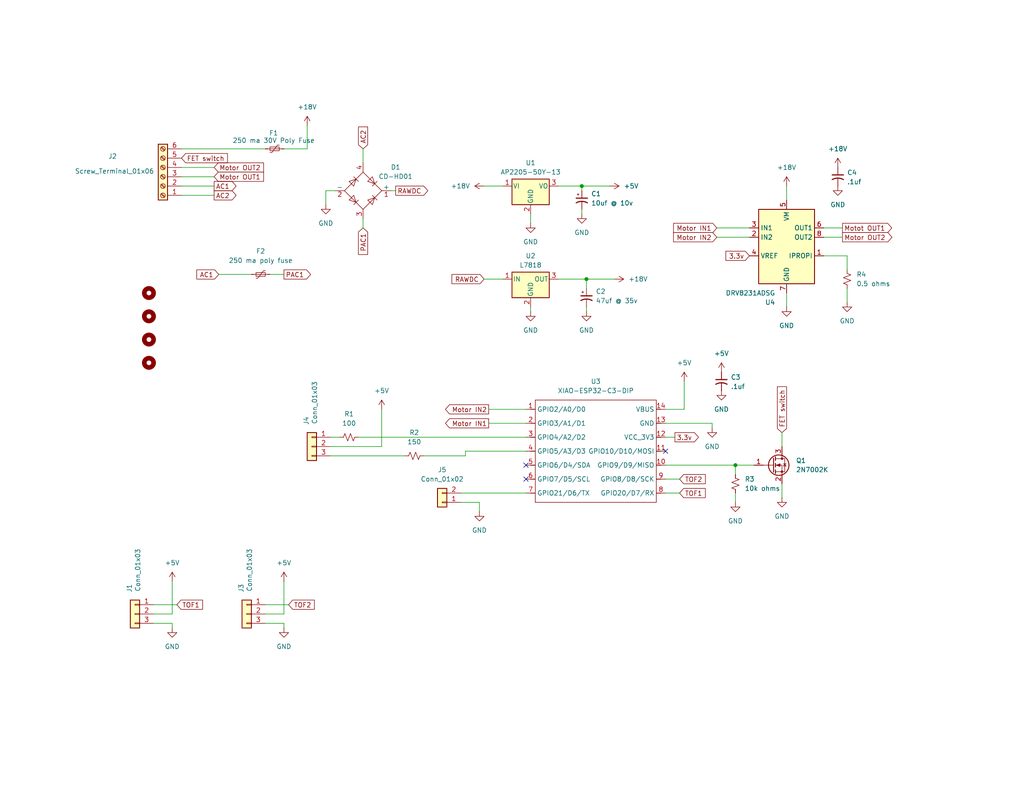
<source format=kicad_sch>
(kicad_sch (version 20250114) (generator "eeschema") (generator_version "9.0")
  (paper "USLetter")
  (title_block (title "WiFi MQTT motor driver (Specifically for LGB Semaphore)") (date "2025-12-27") (rev "1.3") (company "Eric's Locomotion") (comment 1 "connections for one or two VL05X TOF sensors..") (comment 2 "1.3 add FET for light, downsize components, cahnge connector") (comment 3 "The idea is to have it listen to and report back to MQTT server, and thus JMRI...") (comment 4 "WiFi/MQTT motor driver designed to drive G scale \"switch motors\" back and forth"))
  (lib_symbols
    (symbol "Connector:Screw_Terminal_01x06" (pin_names (offset 1.016) (hide yes))
      (property "Reference" "J" (at 0 7.62 0))
      (property "Value" "Screw_Terminal_01x06" (at 0 -10.16 0))
      (symbol "Screw_Terminal_01x06_1_1"
        (rectangle (start -1.27 6.35) (end 1.27 -8.89) (stroke (width 0.254)) (fill (type background)))
        (polyline (pts (xy -0.5334 5.4102) (xy 0.3302 4.572)) (stroke (width 0.1524)))
        (polyline (pts (xy -0.5334 2.8702) (xy 0.3302 2.032)) (stroke (width 0.1524)))
        (polyline (pts (xy -0.5334 0.3302) (xy 0.3302 -0.508)) (stroke (width 0.1524)))
        (polyline (pts (xy -0.5334 -2.2098) (xy 0.3302 -3.048)) (stroke (width 0.1524)))
        (polyline (pts (xy -0.5334 -4.7498) (xy 0.3302 -5.588)) (stroke (width 0.1524)))
        (polyline (pts (xy -0.5334 -7.2898) (xy 0.3302 -8.128)) (stroke (width 0.1524)))
        (polyline (pts (xy -0.3556 5.588) (xy 0.508 4.7498)) (stroke (width 0.1524)))
        (polyline (pts (xy -0.3556 3.048) (xy 0.508 2.2098)) (stroke (width 0.1524)))
        (polyline (pts (xy -0.3556 0.508) (xy 0.508 -0.3302)) (stroke (width 0.1524)))
        (polyline (pts (xy -0.3556 -2.032) (xy 0.508 -2.8702)) (stroke (width 0.1524)))
        (polyline (pts (xy -0.3556 -4.572) (xy 0.508 -5.4102)) (stroke (width 0.1524)))
        (polyline (pts (xy -0.3556 -7.112) (xy 0.508 -7.9502)) (stroke (width 0.1524)))
        (circle (center 0 5.08) (radius 0.635) (stroke (width 0.1524)))
        (circle (center 0 2.54) (radius 0.635) (stroke (width 0.1524)))
        (circle (center 0 0) (radius 0.635) (stroke (width 0.1524)))
        (circle (center 0 -2.54) (radius 0.635) (stroke (width 0.1524)))
        (circle (center 0 -5.08) (radius 0.635) (stroke (width 0.1524)))
        (circle (center 0 -7.62) (radius 0.635) (stroke (width 0.1524)))
        (pin passive line (at -5.08 5.08 0) (length 3.81) (name "Pin_1") (number "1"))
        (pin passive line (at -5.08 2.54 0) (length 3.81) (name "Pin_2") (number "2"))
        (pin passive line (at -5.08 0 0) (length 3.81) (name "Pin_3") (number "3"))
        (pin passive line (at -5.08 -2.54 0) (length 3.81) (name "Pin_4") (number "4"))
        (pin passive line (at -5.08 -5.08 0) (length 3.81) (name "Pin_5") (number "5"))
        (pin passive line (at -5.08 -7.62 0) (length 3.81) (name "Pin_6") (number "6"))
      )
    )
    (symbol "Connector_Generic:Conn_01x02" (pin_names (offset 1.016) (hide yes))
      (property "Reference" "J" (at 0 2.54 0))
      (property "Value" "Conn_01x02" (at 0 -5.08 0))
      (symbol "Conn_01x02_1_1"
        (rectangle (start -1.27 1.27) (end 1.27 -3.81) (stroke (width 0.254)) (fill (type background)))
        (rectangle (start -1.27 0.127) (end 0 -0.127) (stroke (width 0.1524)))
        (rectangle (start -1.27 -2.413) (end 0 -2.667) (stroke (width 0.1524)))
        (pin passive line (at -5.08 0 0) (length 3.81) (name "Pin_1") (number "1"))
        (pin passive line (at -5.08 -2.54 0) (length 3.81) (name "Pin_2") (number "2"))
      )
    )
    (symbol "Connector_Generic:Conn_01x03" (pin_names (offset 1.016) (hide yes))
      (property "Reference" "J" (at 0 5.08 0))
      (property "Value" "Conn_01x03" (at 0 -5.08 0))
      (symbol "Conn_01x03_1_1"
        (rectangle (start -1.27 3.81) (end 1.27 -3.81) (stroke (width 0.254)) (fill (type background)))
        (rectangle (start -1.27 2.667) (end 0 2.413) (stroke (width 0.1524)))
        (rectangle (start -1.27 0.127) (end 0 -0.127) (stroke (width 0.1524)))
        (rectangle (start -1.27 -2.413) (end 0 -2.667) (stroke (width 0.1524)))
        (pin passive line (at -5.08 2.54 0) (length 3.81) (name "Pin_1") (number "1"))
        (pin passive line (at -5.08 0 0) (length 3.81) (name "Pin_2") (number "2"))
        (pin passive line (at -5.08 -2.54 0) (length 3.81) (name "Pin_3") (number "3"))
      )
    )
    (symbol "Device:C_Polarized_Small_US" (pin_numbers (hide yes)) (pin_names (offset 0.254) (hide yes))
      (property "Reference" "C" (at 0.254 1.778 0))
      (property "Value" "C_Polarized_Small_US" (at 0.254 -2.032 0))
      (symbol "C_Polarized_Small_US_0_1"
        (polyline (pts (xy -1.524 0.508) (xy 1.524 0.508)) (stroke (width 0.3048)))
        (polyline (pts (xy -1.27 1.524) (xy -0.762 1.524)))
        (polyline (pts (xy -1.016 1.27) (xy -1.016 1.778)))
        (arc (start -1.524 -0.762) (mid 0 -0.3734) (end 1.524 -0.762) (stroke (width 0.3048)))
      )
      (symbol "C_Polarized_Small_US_1_1"
        (pin passive line (at 0 2.54 270) (length 2.032) (name "~") (number "1"))
        (pin passive line (at 0 -2.54 90) (length 2.032) (name "~") (number "2"))
      )
    )
    (symbol "Device:C_Small_US" (pin_numbers (hide yes)) (pin_names (offset 0.254) (hide yes))
      (property "Reference" "C" (at 0.254 1.778 0))
      (property "Value" "C_Small_US" (at 0.254 -2.032 0))
      (symbol "C_Small_US_0_1"
        (polyline (pts (xy -1.524 0.508) (xy 1.524 0.508)) (stroke (width 0.3048)))
        (arc (start -1.524 -0.762) (mid 0 -0.3734) (end 1.524 -0.762) (stroke (width 0.3048)))
      )
      (symbol "C_Small_US_1_1"
        (pin passive line (at 0 2.54 270) (length 2.032) (name "~") (number "1"))
        (pin passive line (at 0 -2.54 90) (length 2.032) (name "~") (number "2"))
      )
    )
    (symbol "Device:Polyfuse_Small" (pin_numbers (hide yes)) (pin_names (offset 0))
      (property "Reference" "F" (at -1.905 0 90))
      (property "Value" "Polyfuse_Small" (at 1.905 0 90))
      (symbol "Polyfuse_Small_0_1"
        (polyline (pts (xy -1.016 1.27) (xy -1.016 0.762) (xy 1.016 -0.762) (xy 1.016 -1.27)))
        (rectangle (start -0.508 1.27) (end 0.508 -1.27))
        (polyline (pts (xy 0 2.54) (xy 0 -2.54)))
      )
      (symbol "Polyfuse_Small_1_1"
        (pin passive line (at 0 2.54 270) (length 0.635) (name "~") (number "1"))
        (pin passive line (at 0 -2.54 90) (length 0.635) (name "~") (number "2"))
      )
    )
    (symbol "Device:R_Small_US" (pin_numbers (hide yes)) (pin_names (offset 0.254) (hide yes))
      (property "Reference" "R" (at 0.762 0.508 0))
      (property "Value" "R_Small_US" (at 0.762 -1.016 0))
      (symbol "R_Small_US_1_1"
        (polyline (pts (xy 0 1.524) (xy 1.016 1.143) (xy 0 0.762) (xy -1.016 0.381) (xy 0 0)))
        (polyline (pts (xy 0 0) (xy 1.016 -0.381) (xy 0 -0.762) (xy -1.016 -1.143) (xy 0 -1.524)))
        (pin passive line (at 0 2.54 270) (length 1.016) (name "~") (number "1"))
        (pin passive line (at 0 -2.54 90) (length 1.016) (name "~") (number "2"))
      )
    )
    (symbol "Diode_Bridge:DF10S" (pin_names (offset 0))
      (property "Reference" "D" (at 2.54 6.985 0))
      (property "Value" "DF10S" (at 2.54 5.08 0))
      (symbol "DF10S_0_1"
        (polyline (pts (xy -5.08 0) (xy 0 -5.08) (xy 5.08 0) (xy 0 5.08) (xy -5.08 0)))
        (polyline (pts (xy -3.81 2.54) (xy -2.54 1.27) (xy -1.905 3.175) (xy -3.81 2.54)))
        (polyline (pts (xy -2.54 3.81) (xy -1.27 2.54)))
        (polyline (pts (xy -2.54 -1.27) (xy -3.81 -2.54) (xy -1.905 -3.175) (xy -2.54 -1.27)))
        (polyline (pts (xy -1.27 -2.54) (xy -2.54 -3.81)))
        (polyline (pts (xy 1.27 2.54) (xy 2.54 3.81) (xy 3.175 1.905) (xy 1.27 2.54)))
        (polyline (pts (xy 2.54 1.27) (xy 3.81 2.54)))
        (polyline (pts (xy 2.54 -1.27) (xy 3.81 -2.54)))
        (polyline (pts (xy 3.175 -1.905) (xy 1.27 -2.54) (xy 2.54 -3.81) (xy 3.175 -1.905)))
      )
      (symbol "DF10S_1_1"
        (pin passive line (at -7.62 0 0) (length 2.54) (name "-") (number "2"))
        (pin passive line (at 0 7.62 270) (length 2.54) (name "~") (number "4"))
        (pin passive line (at 0 -7.62 90) (length 2.54) (name "~") (number "3"))
        (pin passive line (at 7.62 0 180) (length 2.54) (name "+") (number "1"))
      )
    )
    (symbol "Driver_Motor:DRV8231ADSG"
      (property "Reference" "U" (at 6.35 11.43 0))
      (property "Value" "DRV8231ADSG" (at 7.62 -12.7 0))
      (symbol "DRV8231ADSG_0_1"
        (rectangle (start -7.62 10.16) (end 7.62 -10.16) (stroke (width 0.254)) (fill (type background)))
      )
      (symbol "DRV8231ADSG_1_1"
        (pin input line (at -10.16 5.08 0) (length 2.54) (name "IN1") (number "3"))
        (pin input line (at -10.16 2.54 0) (length 2.54) (name "IN2") (number "2"))
        (pin input line (at -10.16 -2.54 0) (length 2.54) (name "VREF") (number "4"))
        (pin power_in line (at 0 12.7 270) (length 2.54) (name "VM") (number "5"))
        (pin power_in line (at 0 -12.7 90) (length 2.54) (name "GND") (number "7"))
        (pin passive line (at 0 -12.7 90) (length 2.54) (hide yes) (name "GND") (number "9"))
        (pin output line (at 10.16 5.08 180) (length 2.54) (name "OUT1") (number "6"))
        (pin power_in line (at 10.16 2.54 180) (length 2.54) (name "OUT2") (number "8"))
        (pin output line (at 10.16 -2.54 180) (length 2.54) (name "IPROPI") (number "1"))
      )
    )
    (symbol "Mechanical:MountingHole" (pin_names (offset 1.016)) (in_bom no)
      (property "Reference" "H" (at 0 5.08 0))
      (property "Value" "MountingHole" (at 0 3.175 0))
      (symbol "MountingHole_0_1"
        (circle (center 0 0) (radius 1.27) (stroke (width 1.27)))
      )
    )
    (symbol "Regulator_Linear:L7818" (pin_names (offset 0.254))
      (property "Reference" "U" (at -3.81 3.175 0))
      (property "Value" "L7818" (at 0 3.175 0))
      (symbol "L7818_0_1"
        (rectangle (start -5.08 1.905) (end 5.08 -5.08) (stroke (width 0.254)) (fill (type background)))
      )
      (symbol "L7818_1_1"
        (pin power_in line (at -7.62 0 0) (length 2.54) (name "IN") (number "1"))
        (pin power_in line (at 0 -7.62 90) (length 2.54) (name "GND") (number "2"))
        (pin power_out line (at 7.62 0 180) (length 2.54) (name "OUT") (number "3"))
      )
    )
    (symbol "Regulator_Linear:MC78M05_TO252" (pin_names (offset 0.254))
      (property "Reference" "U" (at -3.81 3.175 0))
      (property "Value" "MC78M05_TO252" (at 0 3.175 0))
      (symbol "MC78M05_TO252_0_1"
        (rectangle (start -5.08 1.905) (end 5.08 -5.08) (stroke (width 0.254)) (fill (type background)))
      )
      (symbol "MC78M05_TO252_1_1"
        (pin power_in line (at -7.62 0 0) (length 2.54) (name "VI") (number "1"))
        (pin power_in line (at 0 -7.62 90) (length 2.54) (name "GND") (number "2"))
        (pin power_out line (at 7.62 0 180) (length 2.54) (name "VO") (number "3"))
      )
    )
    (symbol "SEEED_Studio_ESP32C3:XIAO-ESP32-C3-DIP"
      (property "Reference" "U" (at 1.016 2.794 0))
      (property "Value" "XIAO-ESP32-C3-DIP" (at 7.62 1.016 0))
      (symbol "XIAO-ESP32-C3-DIP_1_0"
        (polyline (pts (xy 0 0) (xy 33.02 0)) (stroke (width 0.1524)))
        (polyline (pts (xy 0 -2.54) (xy -1.27 -2.54)) (stroke (width 0.1524)))
        (polyline (pts (xy 0 -2.54) (xy 0 0)) (stroke (width 0.1524)))
        (polyline (pts (xy 0 -6.35) (xy -1.27 -6.35)) (stroke (width 0.1524)))
        (polyline (pts (xy 0 -6.35) (xy 0 -2.54)) (stroke (width 0.1524)))
        (polyline (pts (xy 0 -10.16) (xy -1.27 -10.16)) (stroke (width 0.1524)))
        (polyline (pts (xy 0 -10.16) (xy 0 -6.35)) (stroke (width 0.1524)))
        (polyline (pts (xy 0 -13.97) (xy -1.27 -13.97)) (stroke (width 0.1524)))
        (polyline (pts (xy 0 -13.97) (xy 0 -10.16)) (stroke (width 0.1524)))
        (polyline (pts (xy 0 -17.78) (xy -1.27 -17.78)) (stroke (width 0.1524)))
        (polyline (pts (xy 0 -21.59) (xy -1.27 -21.59)) (stroke (width 0.1524)))
        (polyline (pts (xy 0 -25.4) (xy -1.27 -25.4)) (stroke (width 0.1524)))
        (polyline (pts (xy 0 -27.94) (xy 0 -13.97)) (stroke (width 0.1524)))
        (polyline (pts (xy 33.02 0) (xy 33.02 -2.54)) (stroke (width 0.1524)))
        (polyline (pts (xy 33.02 -2.54) (xy 33.02 -6.35)) (stroke (width 0.1524)))
        (polyline (pts (xy 33.02 -6.35) (xy 33.02 -10.16)) (stroke (width 0.1524)))
        (polyline (pts (xy 33.02 -10.16) (xy 33.02 -27.94)) (stroke (width 0.1524)))
        (polyline (pts (xy 33.02 -27.94) (xy 0 -27.94)) (stroke (width 0.1524)))
        (polyline (pts (xy 34.29 -2.54) (xy 33.02 -2.54)) (stroke (width 0.1524)))
        (polyline (pts (xy 34.29 -6.35) (xy 33.02 -6.35)) (stroke (width 0.1524)))
        (polyline (pts (xy 34.29 -10.16) (xy 33.02 -10.16)) (stroke (width 0.1524)))
        (polyline (pts (xy 34.29 -13.97) (xy 33.02 -13.97)) (stroke (width 0.1524)))
        (polyline (pts (xy 34.29 -17.78) (xy 33.02 -17.78)) (stroke (width 0.1524)))
        (polyline (pts (xy 34.29 -21.59) (xy 33.02 -21.59)) (stroke (width 0.1524)))
        (polyline (pts (xy 34.29 -25.4) (xy 33.02 -25.4)) (stroke (width 0.1524)))
        (pin passive line (at -2.54 -2.54 0) (length 2.54) (name "GPIO2/A0/D0") (number "1"))
        (pin passive line (at -2.54 -6.35 0) (length 2.54) (name "GPIO3/A1/D1") (number "2"))
        (pin passive line (at -2.54 -10.16 0) (length 2.54) (name "GPIO4/A2/D2") (number "3"))
        (pin passive line (at -2.54 -13.97 0) (length 2.54) (name "GPIO5/A3/D3") (number "4"))
        (pin passive line (at -2.54 -17.78 0) (length 2.54) (name "GPIO6/D4/SDA") (number "5"))
        (pin passive line (at -2.54 -21.59 0) (length 2.54) (name "GPIO7/D5/SCL") (number "6"))
        (pin passive line (at -2.54 -25.4 0) (length 2.54) (name "GPIO21/D6/TX") (number "7"))
        (pin passive line (at 35.56 -2.54 180) (length 2.54) (name "VBUS") (number "14"))
        (pin passive line (at 35.56 -6.35 180) (length 2.54) (name "GND") (number "13"))
        (pin passive line (at 35.56 -10.16 180) (length 2.54) (name "VCC_3V3") (number "12"))
        (pin passive line (at 35.56 -13.97 180) (length 2.54) (name "GPIO10/D10/MOSI") (number "11"))
        (pin passive line (at 35.56 -17.78 180) (length 2.54) (name "GPIO9/D9/MISO") (number "10"))
        (pin passive line (at 35.56 -21.59 180) (length 2.54) (name "GPIO8/D8/SCK") (number "9"))
        (pin passive line (at 35.56 -25.4 180) (length 2.54) (name "GPIO20/D7/RX") (number "8"))
      )
    )
    (symbol "Transistor_FET:2N7002K" (pin_names (offset 0) (hide yes))
      (property "Reference" "Q" (at 5.08 1.905 0))
      (property "Value" "2N7002K" (at 5.08 0 0))
      (symbol "2N7002K_0_1"
        (polyline (pts (xy 0.254 1.905) (xy 0.254 -1.905)) (stroke (width 0.254)))
        (polyline (pts (xy 0.254 0) (xy -2.54 0)))
        (polyline (pts (xy 0.762 2.286) (xy 0.762 1.27)) (stroke (width 0.254)))
        (polyline (pts (xy 0.762 0.508) (xy 0.762 -0.508)) (stroke (width 0.254)))
        (polyline (pts (xy 0.762 -1.27) (xy 0.762 -2.286)) (stroke (width 0.254)))
        (polyline (pts (xy 0.762 -1.778) (xy 3.302 -1.778) (xy 3.302 1.778) (xy 0.762 1.778)))
        (polyline (pts (xy 1.016 0) (xy 2.032 0.381) (xy 2.032 -0.381) (xy 1.016 0)) (fill (type outline)))
        (circle (center 1.651 0) (radius 2.794) (stroke (width 0.254)))
        (polyline (pts (xy 2.54 2.54) (xy 2.54 1.778)))
        (circle (center 2.54 1.778) (radius 0.254) (fill (type outline)))
        (circle (center 2.54 -1.778) (radius 0.254) (fill (type outline)))
        (polyline (pts (xy 2.54 -2.54) (xy 2.54 0) (xy 0.762 0)))
        (polyline (pts (xy 2.921 0.381) (xy 3.683 0.381)))
        (polyline (pts (xy 3.302 0.381) (xy 2.921 -0.254) (xy 3.683 -0.254) (xy 3.302 0.381)))
      )
      (symbol "2N7002K_1_1"
        (pin input line (at -5.08 0 0) (length 2.54) (name "G") (number "1"))
        (pin passive line (at 2.54 5.08 270) (length 2.54) (name "D") (number "3"))
        (pin passive line (at 2.54 -5.08 90) (length 2.54) (name "S") (number "2"))
      )
    )
    (symbol "power:+15V" (power) (pin_numbers (hide yes)) (pin_names (offset 0) (hide yes))
      (property "Value" "+15V" (at 0 3.556 0))
      (symbol "+15V_0_1"
        (polyline (pts (xy -0.762 1.27) (xy 0 2.54)))
        (polyline (pts (xy 0 2.54) (xy 0.762 1.27)))
        (polyline (pts (xy 0 0) (xy 0 2.54)))
      )
      (symbol "+15V_1_1"
        (pin power_in line (at 0 0 90) (length 0) (name "~") (number "1"))
      )
    )
    (symbol "power:+5V" (power) (pin_numbers (hide yes)) (pin_names (offset 0) (hide yes))
      (property "Value" "+5V" (at 0 3.556 0))
      (symbol "+5V_0_1"
        (polyline (pts (xy -0.762 1.27) (xy 0 2.54)))
        (polyline (pts (xy 0 2.54) (xy 0.762 1.27)))
        (polyline (pts (xy 0 0) (xy 0 2.54)))
      )
      (symbol "+5V_1_1"
        (pin power_in line (at 0 0 90) (length 0) (name "~") (number "1"))
      )
    )
    (symbol "power:GND" (power) (pin_numbers (hide yes)) (pin_names (offset 0) (hide yes))
      (property "Value" "GND" (at 0 -3.81 0))
      (symbol "GND_0_1"
        (polyline (pts (xy 0 0) (xy 0 -1.27) (xy 1.27 -1.27) (xy 0 -2.54) (xy -1.27 -1.27) (xy 0 -1.27)))
      )
      (symbol "GND_1_1"
        (pin power_in line (at 0 0 270) (length 0) (name "~") (number "1"))
      )
    )
  )
  (junction (at 200.66 127))
  (junction (at 158.75 50.8))
  (junction (at 160.02 76.2))
  (no_connect (at 143.51 127))
  (no_connect (at 143.51 130.81))
  (no_connect (at 181.61 123.19))
  (wire (pts (xy 115.57 124.46) (xy 127 124.46)))
  (wire (pts (xy 200.66 127) (xy 205.74 127)))
  (wire (pts (xy 224.79 62.23) (xy 229.87 62.23)))
  (wire (pts (xy 127 123.19) (xy 143.51 123.19)))
  (wire (pts (xy 77.47 158.75) (xy 77.47 167.64)))
  (wire (pts (xy 144.78 58.42) (xy 144.78 60.96)))
  (wire (pts (xy 181.61 130.81) (xy 185.42 130.81)))
  (wire (pts (xy 133.35 115.57) (xy 143.51 115.57)))
  (wire (pts (xy 144.78 83.82) (xy 144.78 85.09)))
  (wire (pts (xy 88.9 52.07) (xy 91.44 52.07)))
  (wire (pts (xy 231.14 69.85) (xy 231.14 73.66)))
  (wire (pts (xy 152.4 76.2) (xy 160.02 76.2)))
  (wire (pts (xy 152.4 50.8) (xy 158.75 50.8)))
  (wire (pts (xy 88.9 55.88) (xy 88.9 52.07)))
  (wire (pts (xy 200.66 134.62) (xy 200.66 137.16)))
  (wire (pts (xy 41.91 167.64) (xy 46.99 167.64)))
  (wire (pts (xy 77.47 40.64) (xy 83.82 40.64)))
  (wire (pts (xy 41.91 170.18) (xy 46.99 170.18)))
  (wire (pts (xy 49.53 45.72) (xy 58.42 45.72)))
  (wire (pts (xy 83.82 34.29) (xy 83.82 40.64)))
  (wire (pts (xy 46.99 170.18) (xy 46.99 171.45)))
  (wire (pts (xy 204.47 64.77) (xy 195.58 64.77)))
  (wire (pts (xy 231.14 78.74) (xy 231.14 82.55)))
  (wire (pts (xy 214.63 50.8) (xy 214.63 54.61)))
  (wire (pts (xy 72.39 167.64) (xy 77.47 167.64)))
  (wire (pts (xy 90.17 121.92) (xy 104.14 121.92)))
  (wire (pts (xy 49.53 48.26) (xy 58.42 48.26)))
  (wire (pts (xy 49.53 53.34) (xy 58.42 53.34)))
  (wire (pts (xy 186.69 111.76) (xy 186.69 104.14)))
  (wire (pts (xy 106.68 52.07) (xy 107.95 52.07)))
  (wire (pts (xy 90.17 119.38) (xy 92.71 119.38)))
  (wire (pts (xy 160.02 83.82) (xy 160.02 85.09)))
  (wire (pts (xy 194.31 115.57) (xy 194.31 116.84)))
  (wire (pts (xy 72.39 165.1) (xy 78.74 165.1)))
  (wire (pts (xy 181.61 119.38) (xy 184.15 119.38)))
  (wire (pts (xy 99.06 40.64) (xy 99.06 44.45)))
  (wire (pts (xy 104.14 121.92) (xy 104.14 111.76)))
  (wire (pts (xy 125.73 134.62) (xy 143.51 134.62)))
  (wire (pts (xy 132.08 50.8) (xy 137.16 50.8)))
  (wire (pts (xy 59.69 74.93) (xy 68.58 74.93)))
  (wire (pts (xy 72.39 170.18) (xy 77.47 170.18)))
  (wire (pts (xy 73.66 74.93) (xy 77.47 74.93)))
  (wire (pts (xy 127 124.46) (xy 127 123.19)))
  (wire (pts (xy 213.36 132.08) (xy 213.36 135.89)))
  (wire (pts (xy 158.75 57.15) (xy 158.75 58.42)))
  (wire (pts (xy 181.61 127) (xy 200.66 127)))
  (wire (pts (xy 224.79 64.77) (xy 229.87 64.77)))
  (wire (pts (xy 160.02 76.2) (xy 160.02 78.74)))
  (wire (pts (xy 99.06 59.69) (xy 99.06 62.23)))
  (wire (pts (xy 77.47 170.18) (xy 77.47 171.45)))
  (wire (pts (xy 130.81 137.16) (xy 130.81 139.7)))
  (wire (pts (xy 49.53 40.64) (xy 72.39 40.64)))
  (wire (pts (xy 125.73 137.16) (xy 130.81 137.16)))
  (wire (pts (xy 158.75 50.8) (xy 158.75 52.07)))
  (wire (pts (xy 181.61 115.57) (xy 194.31 115.57)))
  (wire (pts (xy 181.61 111.76) (xy 186.69 111.76)))
  (wire (pts (xy 90.17 124.46) (xy 110.49 124.46)))
  (wire (pts (xy 213.36 118.11) (xy 213.36 121.92)))
  (wire (pts (xy 132.08 76.2) (xy 137.16 76.2)))
  (wire (pts (xy 158.75 50.8) (xy 166.37 50.8)))
  (wire (pts (xy 133.35 111.76) (xy 143.51 111.76)))
  (wire (pts (xy 160.02 76.2) (xy 167.64 76.2)))
  (wire (pts (xy 224.79 69.85) (xy 231.14 69.85)))
  (wire (pts (xy 200.66 127) (xy 200.66 129.54)))
  (wire (pts (xy 181.61 134.62) (xy 185.42 134.62)))
  (wire (pts (xy 204.47 62.23) (xy 195.58 62.23)))
  (wire (pts (xy 41.91 165.1) (xy 48.26 165.1)))
  (wire (pts (xy 97.79 119.38) (xy 143.51 119.38)))
  (wire (pts (xy 49.53 50.8) (xy 58.42 50.8)))
  (wire (pts (xy 46.99 158.75) (xy 46.99 167.64)))
  (wire (pts (xy 214.63 80.01) (xy 214.63 83.82)))
  (global_label "3.3v" (shape output) (at 184.15 119.38 0) (property "Intersheetrefs" "${INTERSHEET_REFS}" (effects (hide yes))))
  (global_label "Motor IN1" (shape output) (at 133.35 115.57 180) (property "Intersheetrefs" "${INTERSHEET_REFS}" (effects (hide yes))))
  (global_label "Motor IN2" (shape input) (at 195.58 64.77 180) (property "Intersheetrefs" "${INTERSHEET_REFS}" (effects (hide yes))))
  (global_label "RAWDC" (shape input) (at 132.08 76.2 180) (property "Intersheetrefs" "${INTERSHEET_REFS}" (effects (hide yes))))
  (global_label "AC2" (shape input) (at 99.06 40.64 90) (property "Intersheetrefs" "${INTERSHEET_REFS}" (effects (hide yes))))
  (global_label "Motor OUT2" (shape input) (at 58.42 45.72 0) (property "Intersheetrefs" "${INTERSHEET_REFS}" (effects (hide yes))))
  (global_label "3.3v" (shape input) (at 204.47 69.85 180) (property "Intersheetrefs" "${INTERSHEET_REFS}" (effects (hide yes))))
  (global_label "AC2" (shape output) (at 58.42 53.34 0) (property "Intersheetrefs" "${INTERSHEET_REFS}" (effects (hide yes))))
  (global_label "FET switch" (shape input) (at 213.36 118.11 90) (property "Intersheetrefs" "${INTERSHEET_REFS}" (effects (hide yes))))
  (global_label "RAWDC" (shape output) (at 107.95 52.07 0) (property "Intersheetrefs" "${INTERSHEET_REFS}" (effects (hide yes))))
  (global_label "Motor OUT2" (shape output) (at 229.87 64.77 0) (property "Intersheetrefs" "${INTERSHEET_REFS}" (effects (hide yes))))
  (global_label "Motot OUT1" (shape output) (at 229.87 62.23 0) (property "Intersheetrefs" "${INTERSHEET_REFS}" (effects (hide yes))))
  (global_label "PAC1" (shape input) (at 99.06 62.23 270) (property "Intersheetrefs" "${INTERSHEET_REFS}" (effects (hide yes))))
  (global_label "Motor OUT1" (shape input) (at 58.42 48.26 0) (property "Intersheetrefs" "${INTERSHEET_REFS}" (effects (hide yes))))
  (global_label "Motor IN2" (shape output) (at 133.35 111.76 180) (property "Intersheetrefs" "${INTERSHEET_REFS}" (effects (hide yes))))
  (global_label "AC1" (shape input) (at 59.69 74.93 180) (property "Intersheetrefs" "${INTERSHEET_REFS}" (effects (hide yes))))
  (global_label "TOF1" (shape input) (at 48.26 165.1 0) (property "Intersheetrefs" "${INTERSHEET_REFS}" (effects (hide yes))))
  (global_label "FET switch" (shape input) (at 49.53 43.18 0) (property "Intersheetrefs" "${INTERSHEET_REFS}" (effects (hide yes))))
  (global_label "PAC1" (shape output) (at 77.47 74.93 0) (property "Intersheetrefs" "${INTERSHEET_REFS}" (effects (hide yes))))
  (global_label "AC1" (shape output) (at 58.42 50.8 0) (property "Intersheetrefs" "${INTERSHEET_REFS}" (effects (hide yes))))
  (global_label "Motor IN1" (shape input) (at 195.58 62.23 180) (property "Intersheetrefs" "${INTERSHEET_REFS}" (effects (hide yes))))
  (global_label "TOF2" (shape input) (at 185.42 130.81 0) (property "Intersheetrefs" "${INTERSHEET_REFS}" (effects (hide yes))))
  (global_label "TOF1" (shape input) (at 185.42 134.62 0) (property "Intersheetrefs" "${INTERSHEET_REFS}" (effects (hide yes))))
  (global_label "TOF2" (shape input) (at 78.74 165.1 0) (property "Intersheetrefs" "${INTERSHEET_REFS}" (effects (hide yes))))
  (symbol (lib_id "Device:Polyfuse_Small") (at 71.12 74.93 270) (unit 1)
    (property "Reference" "F2" (at 71.12 68.58 90))
    (property "Value" "250 ma poly fuse" (at 71.12 71.12 90))
    (property "Footprint" "Fuse:Fuse_1206_3216Metric" (effects (hide yes)))
    (property "Description" "Resettable fuse, polymeric positive temperature coefficient, small symbol" (effects (hide yes)))
  )
  (symbol (lib_id "power:GND") (at 196.85 106.68 0) (unit 1)
    (property "Reference" "#PWR019" (effects (hide yes)))
    (property "Value" "GND" (at 196.85 111.76 0))
    (property "Description" "Power symbol creates a global label with name \"GND\" , ground" (effects (hide yes)))
  )
  (symbol (lib_id "Connector:Screw_Terminal_01x06") (at 44.45 48.26 180) (unit 1)
    (property "Reference" "J2" (at 30.734 42.672 0))
    (property "Value" "Screw_Terminal_01x06" (at 31.242 46.736 0))
    (property "Footprint" "TerminalBlock:TerminalBlock_Xinya_XY308-2.54-6P_1x06_P2.54mm_Horizontal" (effects (hide yes)))
    (property "Description" "Generic screw terminal, single row, 01x06, script generated (kicad-library-utils/schlib/autogen/connector/)" (effects (hide yes)))
  )
  (symbol (lib_id "Device:R_Small_US") (at 113.03 124.46 90) (unit 1)
    (property "Reference" "R2" (at 113.03 118.11 90))
    (property "Value" "150" (at 113.03 120.65 90))
    (property "Footprint" "Resistor_SMD:R_1206_3216Metric" (effects (hide yes)))
    (property "Description" "Resistor, small US symbol" (effects (hide yes)))
  )
  (symbol (lib_id "Regulator_Linear:L7818") (at 144.78 76.2 0) (unit 1)
    (property "Reference" "U2" (at 144.78 69.85 0))
    (property "Value" "L7818" (at 144.78 72.39 0))
    (property "Footprint" "Package_TO_SOT_SMD:TO-252-2" (effects (hide yes)))
    (property "Datasheet" "http://www.st.com/content/ccc/resource/technical/document/datasheet/41/4f/b3/b0/12/d4/47/88/CD00000444.pdf/files/CD00000444.pdf/jcr:content/translations/en.CD00000444.pdf" (effects (hide yes)))
    (property "Description" "Positive 1.5A 35V Linear Regulator, Fixed Output 18V, TO-220/TO-263/TO-252" (effects (hide yes)))
  )
  (symbol (lib_id "power:+15V") (at 167.64 76.2 270) (unit 1)
    (property "Reference" "#PWR015" (effects (hide yes)))
    (property "Value" "+18V" (at 171.45 76.1999 90) (effects (justify left)))
    (property "Description" "Power symbol creates a global label with name \"+15V\"" (effects (hide yes)))
  )
  (symbol (lib_id "power:GND") (at 228.6 50.8 0) (unit 1)
    (property "Reference" "#PWR025" (effects (hide yes)))
    (property "Value" "GND" (at 228.6 55.88 0))
    (property "Description" "Power symbol creates a global label with name \"GND\" , ground" (effects (hide yes)))
  )
  (symbol (lib_id "SEEED_Studio_ESP32C3:XIAO-ESP32-C3-DIP") (at 146.05 109.22 0) (unit 1)
    (property "Reference" "U3" (at 162.56 104.14 0))
    (property "Value" "XIAO-ESP32-C3-DIP" (at 162.56 106.68 0))
    (property "Footprint" "Seeed Studio XIAO Series Library:XIAO-ESP32C3-DIP" (effects (hide yes)))
  )
  (symbol (lib_id "power:GND") (at 77.47 171.45 0) (unit 1)
    (property "Reference" "#PWR05" (effects (hide yes)))
    (property "Value" "GND" (at 77.47 176.53 0))
    (property "Description" "Power symbol creates a global label with name \"GND\" , ground" (effects (hide yes)))
  )
  (symbol (lib_id "Connector_Generic:Conn_01x02") (at 120.65 137.16 180) (unit 1)
    (property "Reference" "J5" (at 120.65 128.27 0))
    (property "Value" "Conn_01x02" (at 120.65 130.81 0))
    (property "Footprint" "Connector_Molex:Molex_PicoBlade_53047-0210_1x02_P1.25mm_Vertical" (effects (hide yes)))
    (property "Description" "Generic connector, single row, 01x02, script generated (kicad-library-utils/schlib/autogen/connector/)" (effects (hide yes)))
  )
  (symbol (lib_id "Device:C_Polarized_Small_US") (at 158.75 54.61 0) (unit 1)
    (property "Reference" "C1" (at 161.29 52.9081 0) (effects (justify left)))
    (property "Value" "10uf @ 10v" (at 161.29 55.4481 0) (effects (justify left)))
    (property "Footprint" "Capacitor_SMD:CP_Elec_5x4.4" (effects (hide yes)))
    (property "Description" "Polarized capacitor, small US symbol" (effects (hide yes)))
  )
  (symbol (lib_id "Mechanical:MountingHole") (at 40.64 92.71 0) (unit 1) (in_bom no)
    (property "Reference" "H3" (effects (hide yes)))
    (property "Value" "MountingHole" (effects (hide yes)))
    (property "Footprint" "MountingHole:MountingHole_2.2mm_M2" (effects (hide yes)))
    (property "Description" "Mounting Hole without connection" (effects (hide yes)))
  )
  (symbol (lib_id "Connector_Generic:Conn_01x03") (at 67.31 167.64 0) (mirror y) (unit 1)
    (property "Reference" "J3" (at 65.786 161.798 90) (effects (justify left)))
    (property "Value" "Conn_01x03" (at 68.072 161.544 90) (effects (justify left)))
    (property "Footprint" "Connector_Molex:Molex_PicoBlade_53047-0310_1x03_P1.25mm_Vertical" (effects (hide yes)))
    (property "Description" "Generic connector, single row, 01x03, script generated (kicad-library-utils/schlib/autogen/connector/)" (effects (hide yes)))
  )
  (symbol (lib_id "power:GND") (at 194.31 116.84 0) (unit 1)
    (property "Reference" "#PWR017" (effects (hide yes)))
    (property "Value" "GND" (at 194.31 121.92 0))
    (property "Description" "Power symbol creates a global label with name \"GND\" , ground" (effects (hide yes)))
  )
  (symbol (lib_id "Mechanical:MountingHole") (at 40.64 80.01 0) (unit 1) (in_bom no)
    (property "Reference" "H1" (effects (hide yes)))
    (property "Value" "MountingHole" (effects (hide yes)))
    (property "Footprint" "MountingHole:MountingHole_2.2mm_M2" (effects (hide yes)))
    (property "Description" "Mounting Hole without connection" (effects (hide yes)))
  )
  (symbol (lib_id "power:+15V") (at 214.63 50.8 0) (unit 1)
    (property "Reference" "#PWR022" (effects (hide yes)))
    (property "Value" "+18V" (at 214.63 45.72 0))
    (property "Description" "Power symbol creates a global label with name \"+15V\"" (effects (hide yes)))
  )
  (symbol (lib_id "power:+5V") (at 46.99 158.75 0) (unit 1)
    (property "Reference" "#PWR01" (effects (hide yes)))
    (property "Value" "+5V" (at 46.99 153.67 0))
    (property "Description" "Power symbol creates a global label with name \"+5V\"" (effects (hide yes)))
  )
  (symbol (lib_id "Transistor_FET:2N7002K") (at 210.82 127 0) (unit 1)
    (property "Reference" "Q1" (at 217.17 125.7299 0) (effects (justify left)))
    (property "Value" "2N7002K" (at 217.17 128.2699 0) (effects (justify left)))
    (property "Footprint" "Package_TO_SOT_SMD:SOT-23" (effects (hide yes)))
    (property "Datasheet" "https://www.diodes.com/assets/Datasheets/ds30896.pdf" (effects (hide yes)))
    (property "Description" "0.38A Id, 60V Vds, N-Channel MOSFET, SOT-23" (effects (hide yes)))
  )
  (symbol (lib_id "power:GND") (at 144.78 60.96 0) (unit 1)
    (property "Reference" "#PWR010" (effects (hide yes)))
    (property "Value" "GND" (at 144.78 66.04 0))
    (property "Description" "Power symbol creates a global label with name \"GND\" , ground" (effects (hide yes)))
  )
  (symbol (lib_id "power:+5V") (at 77.47 158.75 0) (unit 1)
    (property "Reference" "#PWR04" (effects (hide yes)))
    (property "Value" "+5V" (at 77.47 153.67 0))
    (property "Description" "Power symbol creates a global label with name \"+5V\"" (effects (hide yes)))
  )
  (symbol (lib_id "power:+15V") (at 132.08 50.8 90) (unit 1)
    (property "Reference" "#PWR09" (effects (hide yes)))
    (property "Value" "+18V" (at 128.27 50.7999 90) (effects (justify left)))
    (property "Description" "Power symbol creates a global label with name \"+15V\"" (effects (hide yes)))
  )
  (symbol (lib_id "power:+15V") (at 83.82 34.29 0) (unit 1)
    (property "Reference" "#PWR03" (effects (hide yes)))
    (property "Value" "+18V" (at 83.82 29.21 0))
    (property "Description" "Power symbol creates a global label with name \"+15V\"" (effects (hide yes)))
  )
  (symbol (lib_id "power:GND") (at 158.75 58.42 0) (unit 1)
    (property "Reference" "#PWR012" (effects (hide yes)))
    (property "Value" "GND" (at 158.75 63.5 0))
    (property "Description" "Power symbol creates a global label with name \"GND\" , ground" (effects (hide yes)))
  )
  (symbol (lib_id "Mechanical:MountingHole") (at 40.64 99.06 0) (unit 1) (in_bom no)
    (property "Reference" "H4" (effects (hide yes)))
    (property "Value" "MountingHole" (effects (hide yes)))
    (property "Footprint" "MountingHole:MountingHole_2.2mm_M2" (effects (hide yes)))
    (property "Description" "Mounting Hole without connection" (effects (hide yes)))
  )
  (symbol (lib_id "power:+5V") (at 104.14 111.76 0) (unit 1)
    (property "Reference" "#PWR07" (effects (hide yes)))
    (property "Value" "+5V" (at 104.14 106.68 0))
    (property "Description" "Power symbol creates a global label with name \"+5V\"" (effects (hide yes)))
  )
  (symbol (lib_id "power:GND") (at 214.63 83.82 0) (unit 1)
    (property "Reference" "#PWR023" (effects (hide yes)))
    (property "Value" "GND" (at 214.63 88.9 0))
    (property "Description" "Power symbol creates a global label with name \"GND\" , ground" (effects (hide yes)))
  )
  (symbol (lib_id "power:+15V") (at 228.6 45.72 0) (unit 1)
    (property "Reference" "#PWR024" (effects (hide yes)))
    (property "Value" "+18V" (at 228.6 40.64 0))
    (property "Description" "Power symbol creates a global label with name \"+15V\"" (effects (hide yes)))
  )
  (symbol (lib_id "Device:C_Small_US") (at 196.85 104.14 0) (unit 1)
    (property "Reference" "C3" (at 199.39 102.9969 0) (effects (justify left)))
    (property "Value" ".1uf" (at 199.39 105.5369 0) (effects (justify left)))
    (property "Footprint" "Capacitor_SMD:C_1206_3216Metric" (effects (hide yes)))
    (property "Description" "capacitor, small US symbol" (effects (hide yes)))
  )
  (symbol (lib_id "Regulator_Linear:MC78M05_TO252") (at 144.78 50.8 0) (unit 1)
    (property "Reference" "U1" (at 144.78 44.45 0))
    (property "Value" "AP2205-50Y-13" (at 144.78 46.99 0))
    (property "Footprint" "Package_TO_SOT_SMD:SOT-89-3_Handsoldering" (effects (hide yes)))
    (property "Description" "plus 5" (effects (hide yes)))
  )
  (symbol (lib_id "power:GND") (at 200.66 137.16 0) (unit 1)
    (property "Reference" "#PWR020" (effects (hide yes)))
    (property "Value" "GND" (at 200.66 142.24 0))
    (property "Description" "Power symbol creates a global label with name \"GND\" , ground" (effects (hide yes)))
  )
  (symbol (lib_id "power:GND") (at 46.99 171.45 0) (unit 1)
    (property "Reference" "#PWR02" (effects (hide yes)))
    (property "Value" "GND" (at 46.99 176.53 0))
    (property "Description" "Power symbol creates a global label with name \"GND\" , ground" (effects (hide yes)))
  )
  (symbol (lib_id "power:GND") (at 213.36 135.89 0) (unit 1)
    (property "Reference" "#PWR021" (effects (hide yes)))
    (property "Value" "GND" (at 213.36 140.97 0))
    (property "Description" "Power symbol creates a global label with name \"GND\" , ground" (effects (hide yes)))
  )
  (symbol (lib_id "Device:Polyfuse_Small") (at 74.93 40.64 90) (unit 1)
    (property "Reference" "F1" (at 74.676 36.322 90))
    (property "Value" "250 ma 30V Poly Fuse" (at 74.676 38.354 90))
    (property "Footprint" "Resistor_SMD:R_1206_3216Metric" (effects (hide yes)))
    (property "Description" "Resettable fuse, polymeric positive temperature coefficient, small symbol" (effects (hide yes)))
  )
  (symbol (lib_id "Device:R_Small_US") (at 231.14 76.2 0) (unit 1)
    (property "Reference" "R4" (at 233.68 74.9299 0) (effects (justify left)))
    (property "Value" "0.5 ohms" (at 233.68 77.4699 0) (effects (justify left)))
    (property "Footprint" "Resistor_SMD:R_1206_3216Metric" (effects (hide yes)))
    (property "Description" "Resistor, small US symbol" (effects (hide yes)))
  )
  (symbol (lib_id "power:GND") (at 130.81 139.7 0) (unit 1)
    (property "Reference" "#PWR08" (effects (hide yes)))
    (property "Value" "GND" (at 130.81 144.78 0))
    (property "Description" "Power symbol creates a global label with name \"GND\" , ground" (effects (hide yes)))
  )
  (symbol (lib_id "Mechanical:MountingHole") (at 40.64 86.36 0) (unit 1) (in_bom no)
    (property "Reference" "H2" (effects (hide yes)))
    (property "Value" "MountingHole" (effects (hide yes)))
    (property "Footprint" "MountingHole:MountingHole_2.2mm_M2" (effects (hide yes)))
    (property "Description" "Mounting Hole without connection" (effects (hide yes)))
  )
  (symbol (lib_id "power:GND") (at 144.78 85.09 0) (unit 1)
    (property "Reference" "#PWR011" (effects (hide yes)))
    (property "Value" "GND" (at 144.78 90.17 0))
    (property "Description" "Power symbol creates a global label with name \"GND\" , ground" (effects (hide yes)))
  )
  (symbol (lib_id "power:+5V") (at 186.69 104.14 0) (unit 1)
    (property "Reference" "#PWR016" (effects (hide yes)))
    (property "Value" "+5V" (at 186.69 99.06 0))
    (property "Description" "Power symbol creates a global label with name \"+5V\"" (effects (hide yes)))
  )
  (symbol (lib_id "power:+5V") (at 166.37 50.8 270) (unit 1)
    (property "Reference" "#PWR014" (effects (hide yes)))
    (property "Value" "+5V" (at 170.18 50.7999 90) (effects (justify left)))
    (property "Description" "Power symbol creates a global label with name \"+5V\"" (effects (hide yes)))
  )
  (symbol (lib_id "Connector_Generic:Conn_01x03") (at 85.09 121.92 0) (mirror y) (unit 1)
    (property "Reference" "J4" (at 83.566 116.078 90) (effects (justify left)))
    (property "Value" "Conn_01x03" (at 85.852 115.824 90) (effects (justify left)))
    (property "Footprint" "Connector_Molex:Molex_PicoBlade_53047-0310_1x03_P1.25mm_Vertical" (effects (hide yes)))
    (property "Description" "Generic connector, single row, 01x03, script generated (kicad-library-utils/schlib/autogen/connector/)" (effects (hide yes)))
  )
  (symbol (lib_id "power:GND") (at 88.9 55.88 0) (unit 1)
    (property "Reference" "#PWR06" (effects (hide yes)))
    (property "Value" "GND" (at 88.9 60.96 0))
    (property "Description" "Power symbol creates a global label with name \"GND\" , ground" (effects (hide yes)))
  )
  (symbol (lib_id "Connector_Generic:Conn_01x03") (at 36.83 167.64 0) (mirror y) (unit 1)
    (property "Reference" "J1" (at 35.306 161.798 90) (effects (justify left)))
    (property "Value" "Conn_01x03" (at 37.592 161.544 90) (effects (justify left)))
    (property "Footprint" "Connector_Molex:Molex_PicoBlade_53047-0310_1x03_P1.25mm_Vertical" (effects (hide yes)))
    (property "Description" "Generic connector, single row, 01x03, script generated (kicad-library-utils/schlib/autogen/connector/)" (effects (hide yes)))
  )
  (symbol (lib_id "Device:R_Small_US") (at 200.66 132.08 0) (unit 1)
    (property "Reference" "R3" (at 203.2 130.8099 0) (effects (justify left)))
    (property "Value" "10k ohms" (at 203.2 133.3499 0) (effects (justify left)))
    (property "Footprint" "Resistor_SMD:R_1206_3216Metric" (effects (hide yes)))
    (property "Description" "Resistor, small US symbol" (effects (hide yes)))
  )
  (symbol (lib_id "power:GND") (at 160.02 85.09 0) (unit 1)
    (property "Reference" "#PWR013" (effects (hide yes)))
    (property "Value" "GND" (at 160.02 90.17 0))
    (property "Description" "Power symbol creates a global label with name \"GND\" , ground" (effects (hide yes)))
  )
  (symbol (lib_id "Driver_Motor:DRV8231ADSG") (at 214.63 67.31 0) (unit 1)
    (property "Reference" "U4" (at 211.5119 82.55 0) (effects (justify right)))
    (property "Value" "DRV8231ADSG" (at 211.5119 80.01 0) (effects (justify right)))
    (property "Footprint" "Package_SO:SOIC-8-1EP_3.9x4.9mm_P1.27mm_EP2.95x4.9mm_Mask2.71x3.4mm_ThermalVias" (effects (hide yes)))
    (property "Datasheet" "https://www.ti.com/lit/ds/symlink/drv8231a.pdf" (effects (hide yes)))
    (property "Description" "H-Bridge brushed DC motor driver driver, 3.7Apk,  4.5..33Vm, 600mOhm shunt, integrated current mirror, PWM input, WSON-8" (effects (hide yes)))
  )
  (symbol (lib_id "Device:R_Small_US") (at 95.25 119.38 90) (unit 1)
    (property "Reference" "R1" (at 95.25 113.03 90))
    (property "Value" "100" (at 95.25 115.57 90))
    (property "Footprint" "Resistor_SMD:R_1206_3216Metric" (effects (hide yes)))
    (property "Description" "Resistor, small US symbol" (effects (hide yes)))
  )
  (symbol (lib_id "power:+5V") (at 196.85 101.6 0) (unit 1)
    (property "Reference" "#PWR018" (effects (hide yes)))
    (property "Value" "+5V" (at 196.85 96.52 0))
    (property "Description" "Power symbol creates a global label with name \"+5V\"" (effects (hide yes)))
  )
  (symbol (lib_id "Device:C_Small_US") (at 228.6 48.26 0) (unit 1)
    (property "Reference" "C4" (at 231.14 47.1169 0) (effects (justify left)))
    (property "Value" ".1uf" (at 231.14 49.6569 0) (effects (justify left)))
    (property "Footprint" "Capacitor_SMD:C_1206_3216Metric" (effects (hide yes)))
    (property "Description" "capacitor, small US symbol" (effects (hide yes)))
  )
  (symbol (lib_id "power:GND") (at 231.14 82.55 0) (unit 1)
    (property "Reference" "#PWR026" (effects (hide yes)))
    (property "Value" "GND" (at 231.14 87.63 0))
    (property "Description" "Power symbol creates a global label with name \"GND\" , ground" (effects (hide yes)))
  )
  (symbol (lib_id "Device:C_Polarized_Small_US") (at 160.02 81.28 0) (unit 1)
    (property "Reference" "C2" (at 162.56 79.5781 0) (effects (justify left)))
    (property "Value" "47uf @ 35v" (at 162.56 82.1181 0) (effects (justify left)))
    (property "Footprint" "Capacitor_SMD:CP_Elec_6.3x7.7" (effects (hide yes)))
    (property "Description" "Polarized capacitor, small US symbol" (effects (hide yes)))
  )
  (symbol (lib_id "Diode_Bridge:DF10S") (at 99.06 52.07 0) (unit 1)
    (property "Reference" "D1" (at 107.95 45.6498 0))
    (property "Value" "CD-HD01" (at 107.95 48.1898 0))
    (property "Footprint" "Diode_SMD:Diode_Bridge_Bourns_-CD-HD0x" (effects (hide yes)))
    (property "Datasheet" "https://www.onsemi.com/download/data-sheet/pdf/df10s-d.pdf" (effects (hide yes)))
    (property "Description" "Bridge Rectifier, 700V Vrms, 1.5A If, SMDIP-4" (effects (hide yes)))
  )
)
</source>
